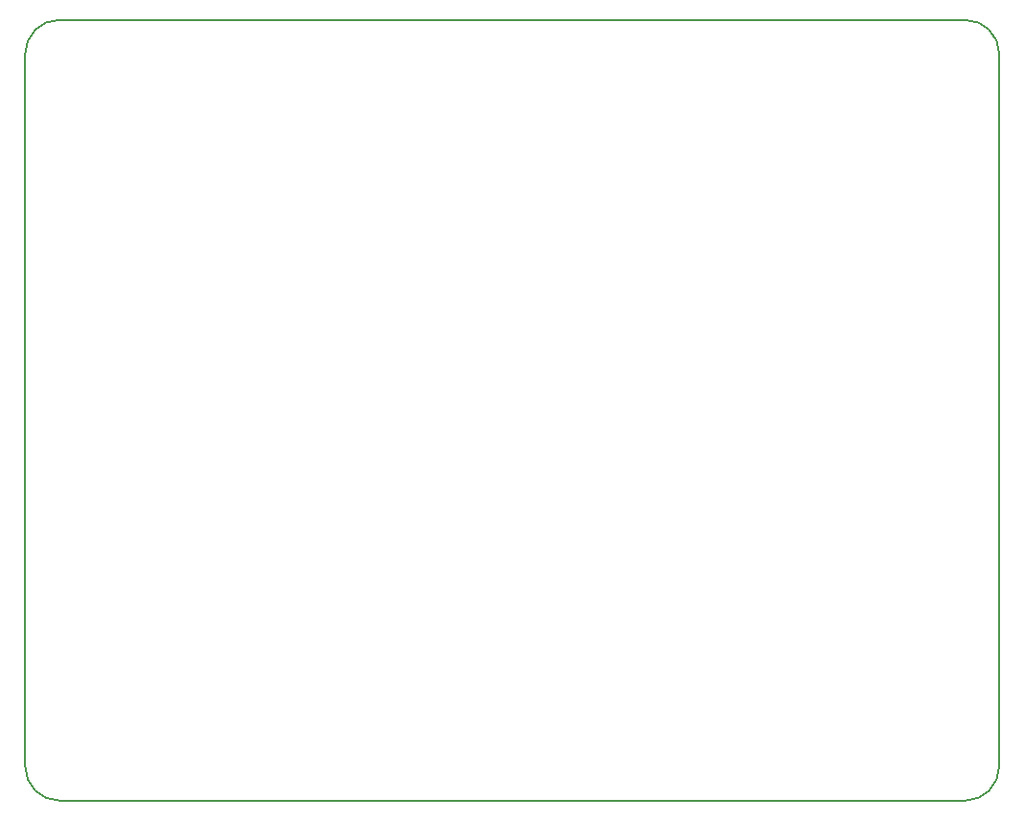
<source format=gbr>
G04 #@! TF.GenerationSoftware,KiCad,Pcbnew,7.0.6*
G04 #@! TF.CreationDate,2023-07-29T11:45:36+08:00*
G04 #@! TF.ProjectId,ZYNQ7000_MINIMB,5a594e51-3730-4303-905f-4d494e494d42,rev?*
G04 #@! TF.SameCoordinates,Original*
G04 #@! TF.FileFunction,Profile,NP*
%FSLAX46Y46*%
G04 Gerber Fmt 4.6, Leading zero omitted, Abs format (unit mm)*
G04 Created by KiCad (PCBNEW 7.0.6) date 2023-07-29 11:45:36*
%MOMM*%
%LPD*%
G01*
G04 APERTURE LIST*
G04 #@! TA.AperFunction,Profile*
%ADD10C,0.150000*%
G04 #@! TD*
G04 APERTURE END LIST*
D10*
X156000000Y-54000000D02*
X156000000Y-117000000D01*
X73000000Y-51000000D02*
G75*
G03*
X70000000Y-54000000I0J-3000000D01*
G01*
X153000000Y-51000000D02*
X73000000Y-51000000D01*
X70000000Y-117000000D02*
G75*
G03*
X73000000Y-120000000I3000000J0D01*
G01*
X153000000Y-120000000D02*
G75*
G03*
X156000000Y-117000000I0J3000000D01*
G01*
X70000000Y-54000000D02*
X70000000Y-117000000D01*
X156000000Y-54000000D02*
G75*
G03*
X153000000Y-51000000I-3000000J0D01*
G01*
X73000000Y-120000000D02*
X153000000Y-120000000D01*
M02*

</source>
